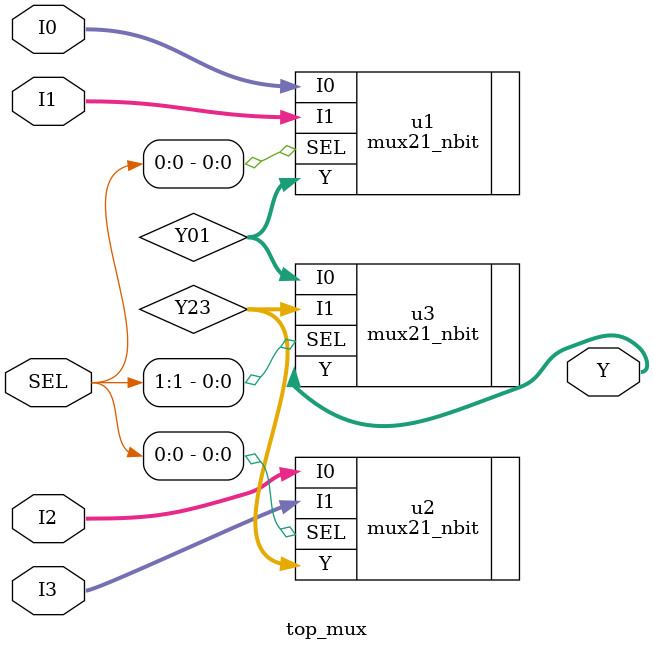
<source format=v>
module top_mux(I0, I1, I2, I3, SEL, Y);
    parameter Width = 2;
    input [Width-1:0] I0, I1, I2, I3;
    input [1:0] SEL;
    output [Width-1:0] Y;

    wire [Width-1:0] Y01, Y23;

mux21_nbit #(Width) u1 (.I0(I0), .I1(I1), .SEL(SEL[0]), .Y(Y01));

mux21_nbit #(Width) u2 (.I0(I2), .I1(I3), .SEL(SEL[0]), .Y(Y23));

//mux21_nbit #(Width) u3 (.I0(Y01), .I1(Y23), .SEL(SEL[1]), .Y(Y));
mux21_nbit u3 (.I0(Y01), .I1(Y23), .SEL(SEL[1]), .Y(Y));

defparam u3.N=Width;

endmodule

</source>
